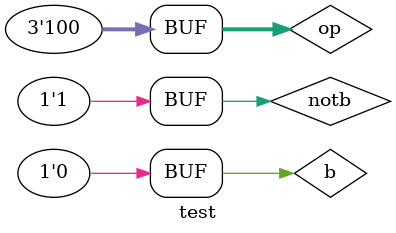
<source format=v>
module mux_2_1(y, x, a, b);
	input x, a, b;
	output y;
	wire notX;
	wire aAndx;
	wire bAndx;

	not mux_notX(notX, x);
	and mux_anda(aAndx, a, notX);
	and mux_andb(bAndx, b, x);
	or mux_or(y, bAndx, aAndx);

endmodule

module test;
reg b;
reg notb;
reg [2:0] op;
wire y;

mux_2_1 mux(y, op[2], b, notb);

initial begin
	b=0; notb=1; op=100;
end

initial $monitor("b=%b, notb=%b, x=%b, y=%b", b, notb, op[2], y);

endmodule

</source>
